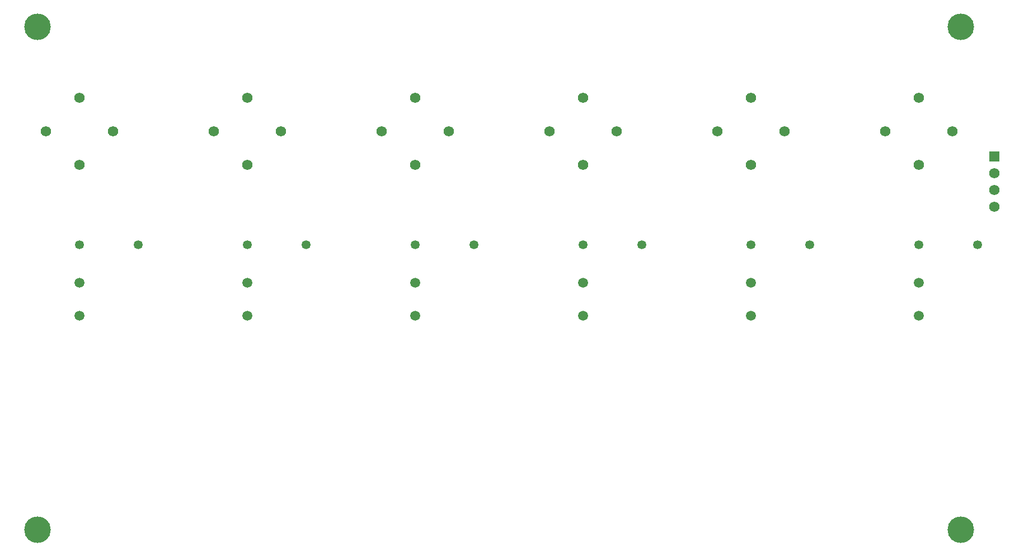
<source format=gts>
G04*
G04 #@! TF.GenerationSoftware,Altium Limited,Altium Designer,24.1.2 (44)*
G04*
G04 Layer_Color=8388736*
%FSLAX44Y44*%
%MOMM*%
G71*
G04*
G04 #@! TF.SameCoordinates,D0725CFB-4392-4FD5-9E36-9DAD540CF34A*
G04*
G04*
G04 #@! TF.FilePolarity,Negative*
G04*
G01*
G75*
%ADD15C,1.5732*%
%ADD16R,1.5732X1.5732*%
%ADD17C,4.0132*%
%ADD18C,1.3462*%
%ADD19C,1.4986*%
D15*
X127000Y717550D02*
D03*
Y615950D02*
D03*
X76200Y666750D02*
D03*
X177800D02*
D03*
X381000Y717550D02*
D03*
Y615950D02*
D03*
X330200Y666750D02*
D03*
X431800D02*
D03*
X635000Y717550D02*
D03*
Y615950D02*
D03*
X584200Y666750D02*
D03*
X685800D02*
D03*
X889000Y717550D02*
D03*
Y615950D02*
D03*
X838200Y666750D02*
D03*
X939800D02*
D03*
X1143000Y717550D02*
D03*
Y615950D02*
D03*
X1092200Y666750D02*
D03*
X1193800D02*
D03*
X1397000Y717550D02*
D03*
Y615950D02*
D03*
X1346200Y666750D02*
D03*
X1447800D02*
D03*
X1511300Y603250D02*
D03*
Y577850D02*
D03*
Y552450D02*
D03*
D16*
Y628650D02*
D03*
D17*
X1460500Y63500D02*
D03*
Y825500D02*
D03*
X63500D02*
D03*
Y63500D02*
D03*
D18*
X1231900Y495300D02*
D03*
X1143000D02*
D03*
X723900D02*
D03*
X635000D02*
D03*
X977900D02*
D03*
X889000D02*
D03*
X469900D02*
D03*
X381000D02*
D03*
X215900D02*
D03*
X127000D02*
D03*
X1485900D02*
D03*
X1397000D02*
D03*
D19*
Y437350D02*
D03*
Y387350D02*
D03*
X1143000Y437350D02*
D03*
Y387350D02*
D03*
X889000Y437350D02*
D03*
Y387350D02*
D03*
X635000Y437350D02*
D03*
Y387350D02*
D03*
X381000Y437350D02*
D03*
Y387350D02*
D03*
X127000Y437350D02*
D03*
Y387350D02*
D03*
M02*

</source>
